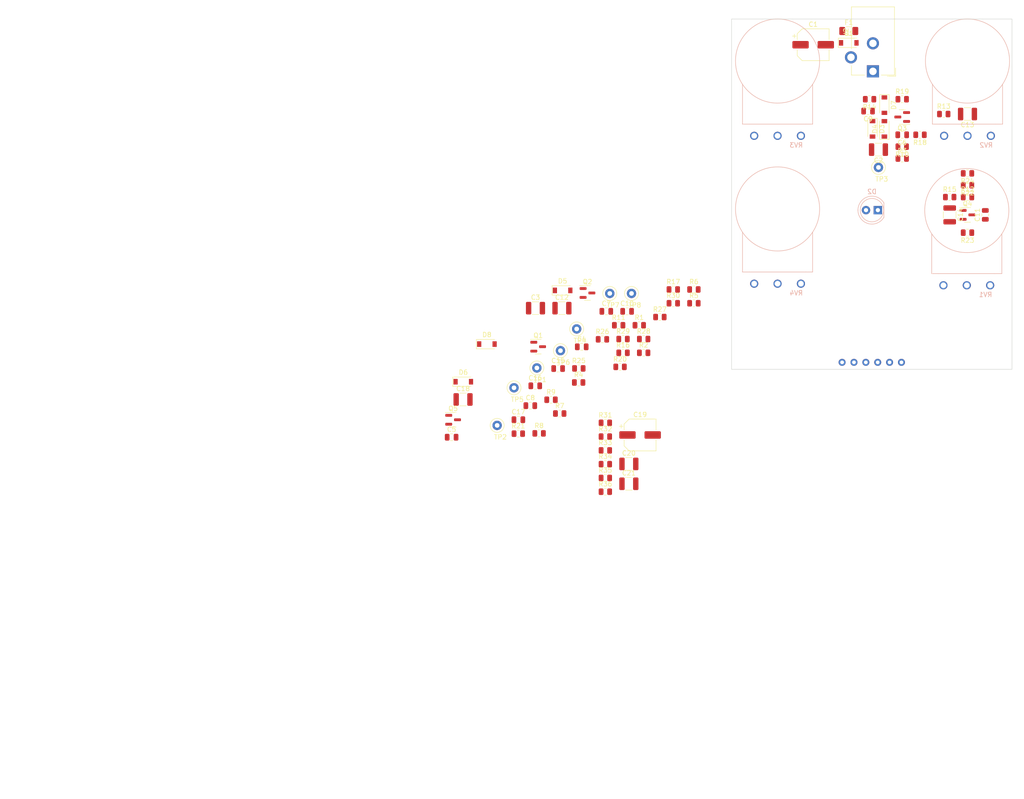
<source format=kicad_pcb>
(kicad_pcb (version 20241229) (generator "pcbnew") (generator_version "9.0")
  (layers (0 "F.Cu" signal) (2 "B.Cu" signal) (13 "F.Paste" user) (15 "B.Paste" user) (5 "F.SilkS" user "F.Silkscreen") (7 "B.SilkS" user "B.Silkscreen") (1 "F.Mask" user) (3 "B.Mask" user) (25 "Edge.Cuts" user))
  (net 0 "")
  (net 1 "+9V")
  (net 2 "GND")
  (net 3 "Net-(Q3-B)")
  (net 4 "Net-(D3-K)")
  (net 5 "Net-(D5-K)")
  (net 6 "Net-(Q2-B)")
  (net 7 "Net-(SW1A-A)")
  (net 8 "Net-(D6-A)")
  (net 9 "Net-(SW1A-C)")
  (net 10 "Net-(D4-A)")
  (net 11 "Net-(Q4-B)")
  (net 12 "Net-(Q4-C)")
  (net 13 "Net-(C9-Pad2)")
  (net 14 "Net-(C10-Pad1)")
  (net 15 "Net-(Q1-B)")
  (net 16 "Net-(C11-Pad2)")
  (net 17 "Net-(Q1-C)")
  (net 18 "Net-(C12-Pad2)")
  (net 19 "Net-(C13-Pad1)")
  (net 20 "Net-(C13-Pad2)")
  (net 21 "Net-(C14-Pad1)")
  (net 22 "Net-(SW1B-A)")
  (net 23 "Net-(SW1B-C)")
  (net 24 "Net-(C17-Pad1)")
  (net 25 "Net-(Q5-B)")
  (net 26 "vref")
  (net 28 "Net-(C20-Pad2)")
  (net 29 "Net-(F1-Pad1)")
  (net 31 "J-IN")
  (net 32 "FX-IN")
  (net 33 "Net-(C21-Pad1)")
  (net 34 "FX-OUT")
  (net 35 "J-OUT")
  (net 37 "Net-(D2-K)")
  (net 38 "Net-(D3-A)")
  (net 39 "Net-(D5-A)")
  (net 40 "Net-(J4-Pin_4)")
  (net 41 "Net-(Q1-E)")
  (net 42 "Net-(R24-Pad2)")
  (net 43 "Net-(Q2-E)")
  (net 44 "Net-(Q3-E)")
  (net 45 "Net-(Q4-E)")
  (net 46 "Net-(Q5-C)")
  (net 47 "Net-(Q5-E)")
  (net 48 "Net-(U1A-+)")
  (net 49 "Net-(U1A--)")
  (net 50 "Net-(SW1A-B)")
  (net 51 "Net-(SW1B-B)")
  (footprint "Connector_BarrelJack:BarrelJack_CUI_PJ-102AH_Horizontal" (layer "F.Cu") (at 200.75 44.2 180)
    (property "Reference" "J2" (at 5.75 8.45 90) (layer "F.SilkS"))
    (property "Value" "Barrel_Jack_Switch")
    (pad "1" thru_hole rect (at 0 0 180) (size 2.6 2.6) (drill 1.6) (layers "*.Cu" "*.Mask") (net 2 "GND"))
    (pad "2" thru_hole circle (at 0 6 180) (size 2.6 2.6) (drill 1.6) (layers "*.Cu" "*.Mask") (net 29 "Net-(F1-Pad1)"))
    (pad "3" thru_hole circle (at 4.7 3 180) (size 2.6 2.6) (drill 1.6) (layers "*.Cu" "*.Mask"))
  )
  (footprint "Resistor_SMD:R_0805_2012Metric" (layer "F.Cu") (at 137.82 107.8)
    (property "Reference" "R25" (at 0 -1.65 0) (layer "F.SilkS"))
    (property "Value" "100K")
    (pad "1" smd roundrect (at -0.9125 0) (size 1.025 1.4) (layers "F.Cu" "F.Mask" "F.Paste") (roundrect_rratio 0.243902) (net 15 "Net-(Q1-B)"))
    (pad "2" smd roundrect (at 0.9125 0) (size 1.025 1.4) (layers "F.Cu" "F.Mask" "F.Paste") (roundrect_rratio 0.243902) (net 2 "GND"))
  )
  (footprint "Resistor_SMD:R_0805_2012Metric" (layer "F.Cu") (at 143.495 134.2)
    (property "Reference" "R36" (at 0 -1.65 0) (layer "F.SilkS"))
    (property "Value" "100K")
    (pad "1" smd roundrect (at -0.9125 0) (size 1.025 1.4) (layers "F.Cu" "F.Mask" "F.Paste") (roundrect_rratio 0.243902) (net 49 "Net-(U1A--)"))
    (pad "2" smd roundrect (at 0.9125 0) (size 1.025 1.4) (layers "F.Cu" "F.Mask" "F.Paste") (roundrect_rratio 0.243902) (net 33 "Net-(C21-Pad1)"))
  )
  (footprint "Capacitor_SMD:C_0805_2012Metric" (layer "F.Cu") (at 138.44 103.18)
    (property "Reference" "C4" (at 0 -1.68 0) (layer "F.SilkS"))
    (property "Value" "0.004uF")
    (pad "1" smd roundrect (at -0.95 0) (size 1 1.45) (layers "F.Cu" "F.Mask" "F.Paste") (net 8 "Net-(D6-A)"))
    (pad "2" smd roundrect (at 0.95 0) (size 1 1.45) (layers "F.Cu" "F.Mask" "F.Paste") (net 7 "Net-(SW1A-A)"))
  )
  (footprint "Resistor_SMD:R_0805_2012Metric" (layer "F.Cu") (at 220.98 71.12)
    (property "Reference" "R12" (at 0 -1.65 0) (layer "F.SilkS"))
    (property "Value" "470K")
    (pad "1" smd roundrect (at -0.9125 0) (size 1.025 1.4) (layers "F.Cu" "F.Mask" "F.Paste") (roundrect_rratio 0.243902) (net 11 "Net-(Q4-B)"))
    (pad "2" smd roundrect (at 0.9125 0) (size 1.025 1.4) (layers "F.Cu" "F.Mask" "F.Paste") (roundrect_rratio 0.243902) (net 12 "Net-(Q4-C)"))
  )
  (footprint "Resistor_SMD:R_0805_2012Metric" (layer "F.Cu") (at 220.98 66.04 180)
    (property "Reference" "R24" (at 0 -1.65 0) (layer "F.SilkS"))
    (property "Value" "1K")
    (pad "1" smd roundrect (at -0.9125 0 180) (size 1.025 1.4) (layers "F.Cu" "F.Mask" "F.Paste") (roundrect_rratio 0.243902) (net 2 "GND"))
    (pad "2" smd roundrect (at 0.9125 0 180) (size 1.025 1.4) (layers "F.Cu" "F.Mask" "F.Paste") (roundrect_rratio 0.243902) (net 42 "Net-(R24-Pad2)"))
  )
  (footprint "Resistor_SMD:R_0805_2012Metric" (layer "F.Cu") (at 137.78 110.81)
    (property "Reference" "R4" (at 0 -1.65 0) (layer "F.SilkS"))
    (property "Value" "15K")
    (pad "1" smd roundrect (at -0.9125 0) (size 1.025 1.4) (layers "F.Cu" "F.Mask" "F.Paste") (roundrect_rratio 0.243902) (net 8 "Net-(D6-A)"))
    (pad "2" smd roundrect (at 0.9125 0) (size 1.025 1.4) (layers "F.Cu" "F.Mask" "F.Paste") (roundrect_rratio 0.243902) (net 1 "+9V"))
  )
  (footprint "Package_TO_SOT_SMD:SOT-23" (layer "F.Cu") (at 139.67 91.65)
    (property "Reference" "Q2" (at 0 -2.4 0) (layer "F.SilkS"))
    (property "Value" "BCX70K (BC239 OR EQ.)")
    (pad "1" smd roundrect (at -0.9375 -0.95) (size 1.475 0.6) (layers "F.Cu" "F.Mask" "F.Paste") (net 6 "Net-(Q2-B)"))
    (pad "2" smd roundrect (at -0.9375 0.95) (size 1.475 0.6) (layers "F.Cu" "F.Mask" "F.Paste") (net 43 "Net-(Q2-E)"))
    (pad "3" smd roundrect (at 0.9375 0) (size 1.475 0.6) (layers "F.Cu" "F.Mask" "F.Paste") (net 8 "Net-(D6-A)"))
  )
  (footprint "Resistor_SMD:R_0805_2012Metric" (layer "F.Cu") (at 150.75 98.56)
    (property "Reference" "R1" (at 0 -1.65 0) (layer "F.SilkS"))
    (property "Value" "1M")
    (pad "1" smd roundrect (at -0.9125 0) (size 1.025 1.4) (layers "F.Cu" "F.Mask" "F.Paste") (roundrect_rratio 0.243902) (net 2 "GND"))
    (pad "2" smd roundrect (at 0.9125 0) (size 1.025 1.4) (layers "F.Cu" "F.Mask" "F.Paste") (roundrect_rratio 0.243902) (net 31 "J-IN"))
  )
  (footprint "Capacitor_SMD:C_1210_3225Metric" (layer "F.Cu") (at 134.2 94.9)
    (property "Reference" "C12" (at 0 -2.3 0) (layer "F.SilkS"))
    (property "Value" "1uF")
    (pad "1" smd roundrect (at -1.475 0) (size 1.15 2.7) (layers "F.Cu" "F.Mask" "F.Paste") (roundrect_rratio 0.217391) (net 17 "Net-(Q1-C)"))
    (pad "2" smd roundrect (at 1.475 0) (size 1.15 2.7) (layers "F.Cu" "F.Mask" "F.Paste") (roundrect_rratio 0.217391) (net 18 "Net-(C12-Pad2)"))
  )
  (footprint "Capacitor_SMD:C_1210_3225Metric" (layer "F.Cu") (at 220.98 53.34 180)
    (property "Reference" "C13" (at 0 -2.3 0) (layer "F.SilkS"))
    (property "Value" "470nF")
    (pad "1" smd roundrect (at -1.475 0 180) (size 1.15 2.7) (layers "F.Cu" "F.Mask" "F.Paste") (roundrect_rratio 0.217391) (net 19 "Net-(C13-Pad1)"))
    (pad "2" smd roundrect (at 1.475 0 180) (size 1.15 2.7) (layers "F.Cu" "F.Mask" "F.Paste") (roundrect_rratio 0.217391) (net 20 "Net-(C13-Pad2)"))
  )
  (footprint "Resistor_SMD:R_0805_2012Metric" (layer "F.Cu") (at 143.495 131.25)
    (property "Reference" "R35" (at 0 -1.65 0) (layer "F.SilkS"))
    (property "Value" "100K")
    (pad "1" smd roundrect (at -0.9125 0) (size 1.025 1.4) (layers "F.Cu" "F.Mask" "F.Paste") (roundrect_rratio 0.243902) (net 2 "GND"))
    (pad "2" smd roundrect (at 0.9125 0) (size 1.025 1.4) (layers "F.Cu" "F.Mask" "F.Paste") (roundrect_rratio 0.243902) (net 49 "Net-(U1A--)"))
  )
  (footprint "Resistor_SMD:R_0805_2012Metric" (layer "F.Cu") (at 207.01 50.165)
    (property "Reference" "R19" (at 0 -1.65 0) (layer "F.SilkS"))
    (property "Value" "150R")
    (pad "1" smd roundrect (at -0.9125 0) (size 1.025 1.4) (layers "F.Cu" "F.Mask" "F.Paste") (roundrect_rratio 0.243902) (net 2 "GND"))
    (pad "2" smd roundrect (at 0.9125 0) (size 1.025 1.4) (layers "F.Cu" "F.Mask" "F.Paste") (roundrect_rratio 0.243902) (net 44 "Net-(Q3-E)"))
  )
  (footprint "Capacitor_SMD:C_0805_2012Metric" (layer "F.Cu") (at 127.44 115.78)
    (property "Reference" "C8" (at 0 -1.68 0) (layer "F.SilkS"))
    (property "Value" "470pF")
    (pad "1" smd roundrect (at -0.95 0) (size 1 1.45) (layers "F.Cu" "F.Mask" "F.Paste") (net 11 "Net-(Q4-B)"))
    (pad "2" smd roundrect (at 0.95 0) (size 1 1.45) (layers "F.Cu" "F.Mask" "F.Paste") (net 12 "Net-(Q4-C)"))
  )
  (footprint "Capacitor_SMD:C_1210_3225Metric" (layer "F.Cu") (at 128.55 94.9)
    (property "Reference" "C3" (at 0 -2.3 0) (layer "F.SilkS"))
    (property "Value" "1uF")
    (pad "1" smd roundrect (at -1.475 0) (size 1.15 2.7) (layers "F.Cu" "F.Mask" "F.Paste") (roundrect_rratio 0.217391) (net 6 "Net-(Q2-B)"))
    (pad "2" smd roundrect (at 1.475 0) (size 1.15 2.7) (layers "F.Cu" "F.Mask" "F.Paste") (roundrect_rratio 0.217391) (net 5 "Net-(D5-K)"))
  )
  (footprint "Resistor_SMD:R_0805_2012Metric" (layer "F.Cu") (at 147.28 104.46)
    (property "Reference" "R16" (at 0 -1.65 0) (layer "F.SilkS"))
    (property "Value" "39K")
    (pad "1" smd roundrect (at -0.9125 0) (size 1.025 1.4) (layers "F.Cu" "F.Mask" "F.Paste") (roundrect_rratio 0.243902) (net 22 "Net-(SW1B-A)"))
    (pad "2" smd roundrect (at 0.9125 0) (size 1.025 1.4) (layers "F.Cu" "F.Mask" "F.Paste") (roundrect_rratio 0.243902) (net 8 "Net-(D6-A)"))
  )
  (footprint "TestPoint:TestPoint_Loop_D1.80mm_Drill1.0mm_Beaded" (layer "F.Cu") (at 149.09 91.75)
    (property "Reference" "TP8" (at 0.7 2.5 0) (layer "F.SilkS"))
    (property "Value" "CLEAN OUT")
    (pad "1" thru_hole circle (at 0 0) (size 2 2) (drill 1) (layers "*.Cu" "*.Mask") (net 47 "Net-(Q5-E)"))
  )
  (footprint "Diode_SMD:D_SOD-123" (layer "F.Cu") (at 118.15 102.6)
    (property "Reference" "D8" (at 0 -2 0) (layer "F.SilkS"))
    (property "Value" "D")
    (pad "1" smd rect (at -1.65 0) (size 0.9 1.2) (layers "F.Cu" "F.Mask" "F.Paste") (net 8 "Net-(D6-A)"))
    (pad "2" smd rect (at 1.65 0) (size 0.9 1.2) (layers "F.Cu" "F.Mask" "F.Paste") (net 5 "Net-(D5-K)"))
  )
  (footprint "Resistor_SMD:R_0805_2012Metric" (layer "F.Cu") (at 129.32 121.71)
    (property "Reference" "R8" (at 0 -1.65 0) (layer "F.SilkS"))
    (property "Value" "470K")
    (pad "1" smd roundrect (at -0.9125 0) (size 1.025 1.4) (layers "F.Cu" "F.Mask" "F.Paste") (roundrect_rratio 0.243902) (net 1 "+9V"))
    (pad "2" smd roundrect (at 0.9125 0) (size 1.025 1.4) (layers "F.Cu" "F.Mask" "F.Paste") (roundrect_rratio 0.243902) (net 15 "Net-(Q1-B)"))
  )
  (footprint "Resistor_SMD:R_0805_2012Metric" (layer "F.Cu") (at 155.16 96.8)
    (property "Reference" "R27" (at 0 -1.65 0) (layer "F.SilkS"))
    (property "Value" "470K")
    (pad "1" smd roundrect (at -0.9125 0) (size 1.025 1.4) (layers "F.Cu" "F.Mask" "F.Paste") (roundrect_rratio 0.243902) (net 1 "+9V"))
    (pad "2" smd roundrect (at 0.9125 0) (size 1.025 1.4) (layers "F.Cu" "F.Mask" "F.Paste") (roundrect_rratio 0.243902) (net 25 "Net-(Q5-B)"))
  )
  (footprint "Resistor_SMD:R_0805_2012Metric" (layer "F.Cu") (at 200.025 50.165 180)
    (property "Reference" "R14" (at 0 -1.65 0) (layer "F.SilkS"))
    (property "Value" "10K")
    (pad "1" smd roundrect (at -0.9125 0 180) (size 1.025 1.4) (layers "F.Cu" "F.Mask" "F.Paste") (roundrect_rratio 0.243902) (net 6 "Net-(Q2-B)"))
    (pad "2" smd roundrect (at 0.9125 0 180) (size 1.025 1.4) (layers "F.Cu" "F.Mask" "F.Paste") (roundrect_rratio 0.243902) (net 13 "Net-(C9-Pad2)"))
  )
  (footprint "TestPoint:TestPoint_Loop_D1.80mm_Drill1.0mm_Beaded" (layer "F.Cu") (at 144.44 91.75)
    (property "Reference" "TP7" (at 0.7 2.5 0) (layer "F.SilkS"))
    (property "Value" "OUT")
    (pad "1" thru_hole circle (at 0 0) (size 2 2) (drill 1) (layers "*.Cu" "*.Mask") (net 34 "FX-OUT"))
  )
  (footprint "Capacitor_SMD:C_0805_2012Metric" (layer "F.Cu") (at 124.89 118.79)
    (property "Reference" "C17" (at 0 -1.68 0) (layer "F.SilkS"))
    (property "Value" "0.1uF")
    (pad "1" smd roundrect (at -0.95 0) (size 1 1.45) (layers "F.Cu" "F.Mask" "F.Paste") (net 24 "Net-(C17-Pad1)"))
    (pad "2" smd roundrect (at 0.95 0) (size 1 1.45) (layers "F.Cu" "F.Mask" "F.Paste") (net 15 "Net-(Q1-B)"))
  )
  (footprint "Resistor_SMD:R_0805_2012Metric" (layer "F.Cu") (at 158.03 93.85)
    (property "Reference" "R30" (at 0 -1.65 0) (layer "F.SilkS"))
    (property "Value" "3.3K")
    (pad "1" smd roundrect (at -0.9125 0) (size 1.025 1.4) (layers "F.Cu" "F.Mask" "F.Paste") (roundrect_rratio 0.243902) (net 47 "Net-(Q5-E)"))
    (pad "2" smd roundrect (at 0.9125 0) (size 1.025 1.4) (layers "F.Cu" "F.Mask" "F.Paste") (roundrect_rratio 0.243902) (net 2 "GND"))
  )
  (footprint "Package_TO_SOT_SMD:SOT-23" (layer "F.Cu") (at 207.01 53.975 180)
    (property "Reference" "Q3" (at 0 -2.4 0) (layer "F.SilkS"))
    (property "Value" "BCX70K (BC239 OR EQ.)")
    (pad "1" smd roundrect (at -0.9375 -0.95 180) (size 1.475 0.6) (layers "F.Cu" "F.Mask" "F.Paste") (net 3 "Net-(Q3-B)"))
    (pad "2" smd roundrect (at -0.9375 0.95 180) (size 1.475 0.6) (layers "F.Cu" "F.Mask" "F.Paste") (net 44 "Net-(Q3-E)"))
    (pad "3" smd roundrect (at 0.9375 0 180) (size 1.475 0.6) (layers "F.Cu" "F.Mask" "F.Paste") (net 10 "Net-(D4-A)"))
  )
  (footprint "Capacitor_SMD:C_0805_2012Metric" (layer "F.Cu") (at 199.705 52.705 180)
    (property "Reference" "C9" (at 0 -1.68 0) (layer "F.SilkS"))
    (property "Value" "0.1uF")
    (pad "1" smd roundrect (at -0.95 0 180) (size 1 1.45) (layers "F.Cu" "F.Mask" "F.Paste") (net 10 "Net-(D4-A)"))
    (pad "2" smd roundrect (at 0.95 0 180) (size 1 1.45) (layers "F.Cu" "F.Mask" "F.Paste") (net 13 "Net-(C9-Pad2)"))
  )
  (footprint "Diode_SMD:D_SOD-123" (layer "F.Cu") (at 200.66 56.515 -90)
    (property "Reference" "D3" (at 0 -2 90) (layer "F.SilkS"))
    (property "Value" "D")
    (pad "1" smd rect (at -1.65 0 270) (size 0.9 1.2) (layers "F.Cu" "F.Mask" "F.Paste") (net 4 "Net-(D3-K)"))
    (pad "2" smd rect (at 1.65 0 270) (size 0.9 1.2) (layers "F.Cu" "F.Mask" "F.Paste") (net 38 "Net-(D3-A)"))
  )
  (footprint "1_tone-daddy:1x06" (layer "F.Cu") (at 200.5 106.5)
    (property "Reference" "J4" (hide yes))
    (property "Value" "Conn_01x06_Male")
    (pad "1" thru_hole circle (at -6.35 0) (size 1.5 1.5) (drill 0.8) (layers "*.Cu" "*.Mask") (net 31 "J-IN"))
    (pad "2" thru_hole circle (at -3.81 0) (size 1.5 1.5) (drill 0.8) (layers "*.Cu" "*.Mask") (net 32 "FX-IN"))
    (pad "3" thru_hole circle (at -1.27 0) (size 1.5 1.5) (drill 0.8) (layers "*.Cu" "*.Mask") (net 2 "GND"))
    (pad "4" thru_hole circle (at 1.27 0) (size 1.5 1.5) (drill 0.8) (layers "*.Cu" "*.Mask") (net 40 "Net-(J4-Pin_4)"))
    (pad "5" thru_hole circle (at 3.81 0) (size 1.5 1.5) (drill 0.8) (layers "*.Cu" "*.Mask") (net 34 "FX-OUT"))
    (pad "6" thru_hole circle (at 6.35 0) (size 1.5 1.5) (drill 0.8) (layers "*.Cu" "*.Mask") (net 35 "J-OUT"))
  )
  (footprint "Capacitor_SMD:C_0805_2012Metric" (layer "F.Cu") (at 128.5 111.53)
    (property "Reference" "C16" (at 0 -1.68 0) (layer "F.SilkS"))
    (property "Value" "0.004uF")
    (pad "1" smd roundrect (at -0.95 0) (size 1 1.45) (layers "F.Cu" "F.Mask" "F.Paste") (net 2 "GND"))
    (pad "2" smd roundrect (at 0.95 0) (size 1 1.45) (layers "F.Cu" "F.Mask" "F.Paste") (net 23 "Net-(SW1B-C)"))
  )
  (footprint "Capacitor_SMD:C_0805_2012Metric" (layer "F.Cu") (at 133.39 107.83)
    (property "Reference" "C15" (at 0 -1.68 0) (layer "F.SilkS"))
    (property "Value" "0.01uF")
    (pad "1" smd roundrect (at -0.95 0) (size 1 1.45) (layers "F.Cu" "F.Mask" "F.Paste") (net 2 "GND"))
    (pad "2" smd roundrect (at 0.95 0) (size 1 1.45) (layers "F.Cu" "F.Mask" "F.Paste") (net 22 "Net-(SW1B-A)"))
  )
  (footprint "Resistor_SMD:R_0805_2012Metric" (layer "F.Cu") (at 210.82 57.785 180)
    (property "Reference" "R18" (at 0 -1.65 0) (layer "F.SilkS"))
    (property "Value" "100K")
    (pad "1" smd roundrect (at -0.9125 0 180) (size 1.025 1.4) (layers "F.Cu" "F.Mask" "F.Paste") (roundrect_rratio 0.243902) (net 2 "GND"))
    (pad "2" smd roundrect (at 0.9125 0 180) (size 1.025 1.4) (layers "F.Cu" "F.Mask" "F.Paste") (roundrect_rratio 0.243902) (net 3 "Net-(Q3-B)"))
  )
  (footprint "Capacitor_SMD:C_1210_3225Metric" (layer "F.Cu") (at 148.525 128.25)
    (property "Reference" "C20" (at 0 -2.3 0) (layer "F.SilkS"))
    (property "Value" "1uF")
    (pad "1" smd roundrect (at -1.475 0) (size 1.15 2.7) (layers "F.Cu" "F.Mask" "F.Paste") (roundrect_rratio 0.217391))
    (pad "2" smd roundrect (at 1.475 0) (size 1.15 2.7) (layers "F.Cu" "F.Mask" "F.Paste") (roundrect_rratio 0.217391) (net 28 "Net-(C20-Pad2)"))
  )
  (footprint "Resistor_SMD:R_0805_2012Metric" (layer "F.Cu") (at 131.87 114.51)
    (property "Reference" "R9" (at 0 -1.65 0) (layer "F.SilkS"))
    (property "Value" "15K")
    (pad "1" smd roundrect (at -0.9125 0) (size 1.025 1.4) (layers "F.Cu" "F.Mask" "F.Paste") (roundrect_rratio 0.243902) (net 1 "+9V"))
    (pad "2" smd roundrect (at 0.9125 0) (size 1.025 1.4) (layers "F.Cu" "F.Mask" "F.Paste") (roundrect_rratio 0.243902) (net 17 "Net-(Q1-C)"))
  )
  (footprint "Resistor_SMD:R_0805_2012Metric" (layer "F.Cu") (at 151.69 104.46)
    (property "Reference" "R2" (at 0 -1.65 0) (layer "F.SilkS"))
    (property "Value" "470")
    (pad "1" smd roundrect (at -0.9125 0) (size 1.025 1.4) (layers "F.Cu" "F.Mask" "F.Paste") (roundrect_rratio 0.243902) (net 40 "Net-(J4-Pin_4)"))
    (pad "2" smd roundrect (at 0.9125 0) (size 1.025 1.4) (layers "F.Cu" "F.Mask" "F.Paste") (roundrect_rratio 0.243902) (net 37 "Net-(D2-K)"))
  )
  (footprint "Resistor_SMD:R_0805_2012Metric" (layer "F.Cu") (at 147.28 101.51)
    (property "Reference" "R29" (at 0 -1.65 0) (layer "F.SilkS"))
    (property "Value" "100K")
    (pad "1" smd roundrect (at -0.9125 0) (size 1.025 1.4) (layers "F.Cu" "F.Mask" "F.Paste") (roundrect_rratio 0.243902) (net 25 "Net-(Q5-B)"))
    (pad "2" smd roundrect (at 0.9125 0) (size 1.025 1.4) (layers "F.Cu" "F.Mask" "F.Paste") (roundrect_rratio 0.243902) (net 2 "GND"))
  )
  (footprint "TestPoint:TestPoint_Loop_D1.80mm_Drill1.0mm_Beaded" (layer "F.Cu") (at 137.36 99.35)
    (property "Reference" "TP4" (at 0.7 2.5 0) (layer "F.SilkS"))
    (property "Value" "STAGE 2 OUT")
    (pad "1" thru_hole circle (at 0 0) (size 2 2) (drill 1) (layers "*.Cu" "*.Mask") (net 8 "Net-(D6-A)"))
  )
  (footprint "Package_TO_SOT_SMD:SOT-23" (layer "F.Cu") (at 220.98 74.93)
    (property "Reference" "Q4" (at 0 -2.4 0) (layer "F.SilkS"))
    (property "Value" "BCX70K (BC239 OR EQ.)")
    (pad "1" smd roundrect (at -0.9375 -0.95) (size 1.475 0.6) (layers "F.Cu" "F.Mask" "F.Paste") (net 11 "Net-(Q4-B)"))
    (pad "2" smd roundrect (at -0.9375 0.95) (size 1.475 0.6) (layers "F.Cu" "F.Mask" "F.Paste") (net 45 "Net-(Q4-E)"))
    (pad "3" smd roundrect (at 0.9375 0) (size 1.475 0.6) (layers "F.Cu" "F.Mask" "F.Paste") (net 12 "Net-(Q4-C)"))
  )
  (footprint "Fuse:Fuse_1206_3216Metric" (layer "F.Cu") (at 195.58 35.56)
    (property "Reference" "F1" (at 0 -1.82 0) (layer "F.SilkS"))
    (property "Value" "Polyfuse")
    (pad "1" smd roundrect (at -1.4 0) (size 1.25 1.75) (layers "F.Cu" "F.Mask" "F.Paste") (roundrect_rratio 0.2) (net 29 "Net-(F1-Pad1)"))
    (pad "2" smd roundrect (at 1.4 0) (size 1.25 1.75) (layers "F.Cu" "F.Mask" "F.Paste") (roundrect_rratio 0.2) (net 1 "+9V"))
  )
  (footprint "Capacitor_SMD:CP_Elec_6.3x5.7" (layer "F.Cu") (at 187.96 38.5)
    (property "Reference" "C1" (at 0 -4.35 0) (layer "F.SilkS"))
    (property "Value" "470uF")
    (pad "1" smd roundrect (at -2.7 0) (size 3.5 1.6) (layers "F.Cu" "F.Mask" "F.Paste") (roundrect_rratio 0.15625) (net 1 "+9V"))
    (pad "2" smd roundrect (at 2.7 0) (size 3.5 1.6) (layers "F.Cu" "F.Mask" "F.Paste") (roundrect_rratio 0.15625) (net 2 "GND"))
  )
  (footprint "Capacitor_SMD:CP_Elec_6.3x5.7" (layer "F.Cu") (at 150.925 122.05)
    (property "Reference" "C19" (at 0 -4.35 0) (layer "F.SilkS"))
    (property "Value" "470uF")
    (pad "1" smd roundrect (at -2.7 0) (size 3.5 1.6) (layers "F.Cu" "F.Mask" "F.Paste") (roundrect_rratio 0.15625) (net 26 "vref"))
    (pad "2" smd roundrect (at 2.7 0) (size 3.5 1.6) (layers "F.Cu" "F.Mask" "F.Paste") (roundrect_rratio 0.15625) (net 2 "GND"))
  )
  (footprint "Diode_SMD:D_SOD-123" (layer "F.Cu") (at 113.1 110.65)
    (property "Reference" "D6" (at 0 -2 0) (layer "F.SilkS"))
    (property "Value" "D")
    (pad "1" smd rect (at -1.65 0) (size 0.9 1.2) (layers "F.Cu" "F.Mask" "F.Paste") (net 39 "Net-(D5-A)"))
    (pad "2" smd rect (at 1.65 0) (size 0.9 1.2) (layers "F.Cu" "F.Mask" "F.Paste") (net 8 "Net-(D6-A)"))
  )
  (footprint "Resistor_SMD:R_0805_2012Metric" (layer "F.Cu") (at 207.01 60.325 180)
    (property "Reference" "R10" (at 0 -1.65 0) (layer "F.SilkS"))
    (property "Value" "470K")
    (pad "1" smd roundrect (at -0.9125 0 180) (size 1.025 1.4) (layers "F.Cu" "F.Mask" "F.Paste") (roundrect_rratio 0.243902) (net 3 "Net-(Q3-B)"))
    (pad "2" smd roundrect (at 0.9125 0 180) (size 1.025 1.4) (layers "F.Cu" "F.Mask" "F.Paste") (roundrect_rratio 0.243902) (net 10 "Net-(D4-A)"))
  )
  (footprint "Resistor_SMD:R_0805_2012Metric" (layer "F.Cu") (at 215.9 53.34)
    (property "Reference" "R13" (at 0 -1.65 0) (layer "F.SilkS"))
    (property "Value" "10K")
    (pad "1" smd roundrect (at -0.9125 0) (size 1.025 1.4) (layers "F.Cu" "F.Mask" "F.Paste") (roundrect_rratio 0.243902) (net 3 "Net-(Q3-B)"))
    (pad "2" smd roundrect (at 0.9125 0) (size 1.025 1.4) (layers "F.Cu" "F.Mask" "F.Paste") (roundrect_rratio 0.243902) (net 20 "Net-(C13-Pad2)"))
  )
  (footprint "Resistor_SMD:R_0805_2012Metric" (layer "F.Cu") (at 220.98 78.74 180)
    (property "Reference" "R23" (at 0 -1.65 0) (layer "F.SilkS"))
    (property "Value" "100R")
    (pad "1" smd roundrect (at -0.9125 0 180) (size 1.025 1.4) (layers "F.Cu" "F.Mask" "F.Paste") (roundrect_rratio 0.243902) (net 2 "GND"))
    (pad "2" smd roundrect (at 0.9125 0 180) (size 1.025 1.4) (layers "F.Cu" "F.Mask" "F.Paste") (roundrect_rratio 0.243902) (net 45 "Net-(Q4-E)"))
  )
  (footprint "TestPoint:TestPoint_Loop_D1.80mm_Drill1.0mm_Beaded" (layer "F.Cu") (at 133.89 104)
    (property "Reference" "TP6" (at 0.7 2.5 0) (layer "F.SilkS"))
    (property "Value" "IN")
    (pad "1" thru_hole circle (at 0 0) (size 2 2) (drill 1) (layers "*.Cu" "*.Mask") (net 32 "FX-IN"))
  )
  (footprint "Diode_SMD:D_SOD-123" (layer "F.Cu") (at 203.2 51.435 -90)
    (property "Reference" "D7" (at 0 -2 90) (layer "F.SilkS"))
    (property "Value" "D")
    (pad "1" smd rect (at -1.65 0 270) (size 0.9 1.2) (layers "F.Cu" "F.Mask" "F.Paste") (net 10 "Net-(D4-A)"))
    (pad "2" smd rect (at 1.65 0 270) (size 0.9 1.2) (layers "F.Cu" "F.Mask" "F.Paste") (net 4 "Net-(D3-K)"))
  )
  (footprint "Resistor_SMD:R_0805_2012Metric" (layer "F.Cu") (at 143.495 125.35)
    (property "Reference" "R33" (at 0 -1.65 0) (layer "F.SilkS"))
    (property "Value" "100K")
    (pad "1" smd roundrect (at -0.9125 0) (size 1.025 1.4) (layers "F.Cu" "F.Mask" "F.Paste") (roundrect_rratio 0.243902) (net 28 "Net-(C20-Pad2)"))
    (pad "2" smd roundrect (at 0.9125 0) (size 1.025 1.4) (layers "F.Cu" "F.Mask" "F.Paste") (roundrect_rratio 0.243902) (net 48 "Net-(U1A-+)"))
  )
  (footprint "Package_TO_SOT_SMD:SOT-23" (layer "F.Cu") (at 110.92 118.8)
    (property "Reference" "Q5" (at 0 -2.4 0) (layer "F.SilkS"))
    (property "Value" "BCX70K (BC239 OR EQ.)")
    (pad "1" smd roundrect (at -0.9375 -0.95) (size 1.475 0.6) (layers "F.Cu" "F.Mask" "F.Paste") (net 25 "Net-(Q5-B)"))
    (pad "2" smd roundrect (at -0.9375 0.95) (size 1.475 0.6) (layers "F.Cu" "F.Mask" "F.Paste") (net 47 "Net-(Q5-E)"))
    (pad "3" smd roundrect (at 0.9375 0) (size 1.475 0.6) (layers "F.Cu" "F.Mask" "F.Paste") (net 46 "Net-(Q5-C)"))
  )
  (footprint "Diode_SMD:D_SOD-123" (layer "F.Cu") (at 203.2 56.515 90)
    (property "Reference" "D4" (at 0 -2 90) (layer "F.SilkS"))
    (property "Value" "D")
    (pad "1" smd rect (at -1.65 0 90) (size 0.9 1.2) (layers "F.Cu" "F.Mask" "F.Paste") (net 38 "Net-(D3-A)"))
    (pad "2" smd rect (at 1.65 0 90) (size 0.9 1.2) (layers "F.Cu" "F.Mask" "F.Paste") (net 10 "Net-(D4-A)"))
  )
  (footprint "TestPoint:TestPoint_Loop_D1.80mm_Drill1.0mm_Beaded" (layer "F.Cu") (at 128.84 107.7)
    (property "Reference" "TP1" (at 0.7 2.5 0) (layer "F.SilkS"))
    (property "Value" "TestPoint")
    (pad "1" thru_hole circle (at 0 0) (size 2 2) (drill 1) (layers "*.Cu" "*.Mask") (net 2 "GND"))
  )
  (footprint "Package_TO_SOT_SMD:SOT-23" (layer "F.Cu") (at 129.12 103.15)
    (property "Reference" "Q1" (at 0 -2.4 0) (layer "F.SilkS"))
    (property "Value" "BCX70K (BC239 OR EQ.)")
    (pad "1" smd roundrect (at -0.9375 -0.95) (size 1.475 0.6) (layers "F.Cu" "F.Mask" "F.Paste") (net 15 "Net-(Q1-B)"))
    (pad "2" smd roundrect (at -0.9375 0.95) (size 1.475 0.6) (layers "F.Cu" "F.Mask" "F.Paste") (net 41 "Net-(Q1-E)"))
    (pad "3" smd roundrect (at 0.9375 0) (size 1.475 0.6) (layers "F.Cu" "F.Mask" "F.Paste") (net 17 "Net-(Q1-C)"))
  )
  (footprint "Capacitor_SMD:C_0805_2012Metric" (layer "F.Cu") (at 224.79 74.93 90)
    (property "Reference" "C11" (at 0 -1.68 90) (layer "F.SilkS"))
    (property "Value" "0.1uF")
    (pad "1" smd roundrect (at -0.95 0 90) (size 1 1.45) (layers "F.Cu" "F.Mask" "F.Paste") (net 12 "Net-(Q4-C)"))
    (pad "2" smd roundrect (at 0.95 0 90) (size 1 1.45) (layers "F.Cu" "F.Mask" "F.Paste") (net 16 "Net-(C11-Pad2)"))
  )
  (footprint "Capacitor_SMD:C_1210_3225Metric" (layer "F.Cu") (at 217.17 74.93 -90)
    (property "Reference" "C14" (at 0 -2.3 90) (layer "F.SilkS"))
    (property "Value" "1uF")
    (pad "1" smd roundrect (at -1.475 0 270) (size 1.15 2.7) (layers "F.Cu" "F.Mask" "F.Paste") (roundrect_rratio 0.217391) (net 21 "Net-(C14-Pad1)"))
    (pad "2" smd roundrect (at 1.475 0 270) (size 1.15 2.7) (layers "F.Cu" "F.Mask" "F.Paste") (roundrect_rratio 0.217391) (net 11 "Net-(Q4-B)"))
  )
  (footprint "Resistor_SMD:R_0805_2012Metric" (layer "F.Cu") (at 217.17 71.12)
    (property "Reference" "R15" (at 0 -1.65 0) (layer "F.SilkS"))
    (property "Value" "39K")
    (pad "1" smd roundrect (at -0.9125 0) (size 1.025 1.4) (layers "F.Cu" "F.Mask" "F.Paste") (roundrect_rratio 0.243902) (net 32 "FX-IN"))
    (pad "2" smd roundrect (at 0.9125 0) (size 1.025 1.4) (layers "F.Cu" "F.Mask" "F.Paste") (roundrect_rratio 0.243902) (net 21 "Net-(C14-Pad1)"))
  )
  (footprint "Capacitor_SMD:C_0805_2012Metric" (layer "F.Cu") (at 110.6 122.53)
    (property "Reference" "C5" (at 0 -1.68 0) (layer "F.SilkS"))
    (property "Value" "0.01uF")
    (pad "1" smd roundrect (at -0.95 0) (size 1 1.45) (layers "F.Cu" "F.Mask" "F.Paste") (net 8 "Net-(D6-A)"))
    (pad "2" smd roundrect (at 0.95 0) (size 1 1.45) (layers "F.Cu" "F.Mask" "F.Paste") (net 9 "Net-(SW1A-C)"))
  )
  (footprint "Capacitor_SMD:C_0805_2012Metric" (layer "F.Cu") (at 143.7 95.58)
    (property "Reference" "C7" (at 0 -1.68 0) (layer "F.SilkS"))
    (property "Value" "470pF")
    (pad "1" smd roundrect (at -0.95 0) (size 1 1.45) (layers "F.Cu" "F.Mask" "F.Paste") (net 6 "Net-(Q2-B)"))
    (pad "2" smd roundrect (at 0.95 0) (size 1 1.45) (layers "F.Cu" "F.Mask" "F.Paste") (net 8 "Net-(D6-A)"))
  )
  (footprint "Resistor_SMD:R_0805_2012Metric" (layer "F.Cu") (at 162.44 90.9)
    (property "Reference" "R6" (at 0 -1.65 0) (layer "F.SilkS"))
    (property "Value" "22K")
    (pad "1" smd roundrect (at -0.9125 0) (size 1.025 1.4) (layers "F.Cu" "F.Mask" "F.Paste") (roundrect_rratio 0.243902) (net 2 "GND"))
    (pad "2" smd roundrect (at 0.9125 0) (size 1.025 1.4) (layers "F.Cu" "F.Mask" "F.Paste") (roundrect_rratio 0.243902) (net 9 "Net-(SW1A-C)"))
  )
  (footprint "Resistor_SMD:R_0805_2012Metric" (layer "F.Cu") (at 143.495 128.3)
    (property "Reference" "R34" (at 0 -1.65 0) (layer "F.SilkS"))
    (property "Value" "1M")
    (pad "1" smd roundrect (at -0.9125 0) (size 1.025 1.4) (layers "F.Cu" "F.Mask" "F.Paste") (roundrect_rratio 0.243902) (net 26 "vref"))
    (pad "2" smd roundrect (at 0.9125 0) (size 1.025 1.4) (layers "F.Cu" "F.Mask" "F.Paste") (roundrect_rratio 0.243902) (net 48 "Net-(U1A-+)"))
  )
  (footprint "Capacitor_SMD:C_1210_3225Metric" (layer "F.Cu") (at 113.05 114.45)
    (property "Reference" "C18" (at 0 -2.3 0) (layer "F.SilkS"))
    (property "Value" "1uF")
    (pad "1" smd roundrect (at -1.475 0) (size 1.15 2.7) (layers "F.Cu" "F.Mask" "F.Paste") (roundrect_rratio 0.217391) (net 21 "Net-(C14-Pad1)"))
    (pad "2" smd roundrect (at 1.475 0) (size 1.15 2.7) (layers "F.Cu" "F.Mask" "F.Paste") (roundrect_rratio 0.217391) (net 25 "Net-(Q5-B)"))
  )
  (footprint "TestPoint:TestPoint_Loop_D1.80mm_Drill1.0mm_Beaded" (layer "F.Cu") (at 123.95 111.95)
    (property "Reference" "TP5" (at 0.7 2.5 0) (layer "F.SilkS"))
    (property "Value" "FILTER OUT")
    (pad "1" thru_hole circle (at 0 0) (size 2 2) (drill 1) (layers "*.Cu" "*.Mask") (net 14 "Net-(C10-Pad1)"))
  )
  (footprint "Resistor_SMD:R_0805_2012Metric" (layer "F.Cu") (at 220.98 68.58 180)
    (property "Reference" "R22" (at 0 -1.65 0) (layer "F.SilkS"))
    (property "Value" "47K")
    (pad "1" smd roundrect (at -0.9125 0 180) (size 1.025 1.4) (layers "F.Cu" "F.Mask" "F.Paste") (roundrect_rratio 0.243902) (net 2 "GND"))
    (pad "2" smd roundrect (at 0.9125 0 180) (size 1.025 1.4) (layers "F.Cu" "F.Mask" "F.Paste") (roundrect_rratio 0.243902) (net 11 "Net-(Q4-B)"))
  )
  (footprint "Resistor_SMD:R_0805_2012Metric" (layer "F.Cu") (at 158.03 90.9)
    (property "Reference" "R17" (at 0 -1.65 0) (layer "F.SilkS"))
    (property "Value" "39K")
    (pad "1" smd roundrect (at -0.9125 0) (size 1.025 1.4) (layers "F.Cu" "F.Mask" "F.Paste") (roundrect_rratio 0.243902) (net 23 "Net-(SW1B-C)"))
    (pad "2" smd roundrect (at 0.9125 0) (size 1.025 1.4) (layers "F.Cu" "F.Mask" "F.Paste") (roundrect_rratio 0.243902) (net 8 "Net-(D6-A)"))
  )
  (footprint "Resistor_SMD:R_0805_2012Metric" (layer "F.Cu") (at 151.69 101.51)
    (property "Reference" "R28" (at 0 -1.65 0) (layer "F.SilkS"))
    (property "Value" "0R")
    (pad "1" smd roundrect (at -0.9125 0) (size 1.025 1.4) (layers "F.Cu" "F.Mask" "F.Paste") (roundrect_rratio 0.243902) (net 1 "+9V"))
    (pad "2" smd roundrect (at 0.9125 0) (size 1.025 1.4) (layers "F.Cu" "F.Mask" "F.Paste") (roundrect_rratio 0.243902) (net 46 "Net-(Q5-C)"))
  )
  (footprint "TestPoint:TestPoint_Loop_D1.80mm_Drill1.0mm_Beaded" (layer "F.Cu") (at 120.34 120)
    (property "Reference" "TP2" (at 0.7 2.5 0) (layer "F.SilkS"))
    (property "Value" "TestPoint")
    (pad "1" thru_hole circle (at 0 0) (size 2 2) (drill 1) (layers "*.Cu" "*.Mask") (net 1 "+9V"))
  )
  (footprint "Resistor_SMD:R_0805_2012Metric" (layer "F.Cu") (at 146.34 98.56)
    (property "Reference" "R11" (at 0 -1.65 0) (layer "F.SilkS"))
    (property "Value" "470K")
    (pad "1" smd roundrect (at -0.9125 0) (size 1.025 1.4) (layers "F.Cu" "F.Mask" "F.Paste") (roundrect_rratio 0.243902) (net 6 "Net-(Q2-B)"))
    (pad "2" smd roundrect (at 0.9125 0) (size 1.025 1.4) (layers "F.Cu" "F.Mask" "F.Paste") (roundrect_rratio 0.243902) (net 8 "Net-(D6-A)"))
  )
  (footprint "Capacitor_SMD:C_0805_2012Metric" (layer "F.Cu") (at 207.01 57.785 180)
    (property "Reference" "C6" (at 0 -1.68 0) (layer "F.SilkS"))
    (property "Value" "470pF")
    (pad "1" smd roundrect (at -0.95 0 180) (size 1 1.45) (layers "F.Cu" "F.Mask" "F.Paste") (net 3 "Net-(Q3-B)"))
    (pad "2" smd roundrect (at 0.95 0 180) (size 1 1.45) (layers "F.Cu" "F.Mask" "F.Paste") (net 10 "Net-(D4-A)"))
  )
  (footprint "Diode_SMD:D_SOD-123" (layer "F.Cu") (at 134.35 91.1)
    (property "Reference" "D5" (at 0 -2 0) (layer "F.SilkS"))
    (property "Value" "D")
    (pad "1" smd rect (at -1.65 0) (size 0.9 1.2) (layers "F.Cu" "F.Mask" "F.Paste") (net 5 "Net-(D5-K)"))
    (pad "2" smd rect (at 1.65 0) (size 0.9 1.2) (layers "F.Cu" "F.Mask" "F.Paste") (net 39 "Net-(D5-A)"))
  )
  (footprint "Capacitor_SMD:C_1210_3225Metric" (layer "F.Cu") (at 148.525 132.5)
    (property "Reference" "C21" (at 0 -2.3 0) (layer "F.SilkS"))
    (property "Value" "1uF")
    (pad "1" smd roundrect (at -1.475 0) (size 1.15 2.7) (layers "F.Cu" "F.Mask" "F.Paste") (roundrect_rratio 0.217391) (net 33 "Net-(C21-Pad1)"))
    (pad "2" smd roundrect (at 1.475 0) (size 1.15 2.7) (layers "F.Cu" "F.Mask" "F.Paste") (roundrect_rratio 0.217391))
  )
  (footprint "Diode_SMD:D_SOD-123" (layer "F.Cu") (at 195.58 38.1)
    (property "Reference" "D1" (at 0 -2 0) (layer "F.SilkS"))
    (property "Value" "D")
    (pad "1" smd rect (at -1.65 0) (size 0.9 1.2) (layers "F.Cu" "F.Mask" "F.Paste") (net 1 "+9V"))
    (pad "2" smd rect (at 1.65 0) (size 0.9 1.2) (layers "F.Cu" "F.Mask" "F.Paste") (net 2 "GND"))
  )
  (footprint "Resistor_SMD:R_0805_2012Metric" (layer "F.Cu") (at 207.01 62.865)
    (property "Reference" "R3" (at 0 -1.65 0) (layer "F.SilkS"))
    (property "Value" "15K")
    (pad "1" smd roundrect (at -0.9125 0) (size 1.025 1.4) (layers "F.Cu" "F.Mask" "F.Paste") (roundrect_rratio 0.243902) (net 10 "Net-(D4-A)"))
    (pad "2" smd roundrect (at 0.9125 0) (size 1.025 1.4) (layers "F.Cu" "F.Mask" "F.Paste") (roundrect_rratio 0.243902) (net 1 "+9V"))
  )
  (footprint "Capacitor_SMD:C_1210_3225Metric" (layer "F.Cu") (at 201.93 60.96 180)
    (property "Reference" "C2" (at 0 -2.3 0) (layer "F.SilkS"))
    (property "Value" "1uF")
    (pad "1" smd roundrect (at -1.475 0 180) (size 1.15 2.7) (layers "F.Cu" "F.Mask" "F.Paste") (roundrect_rratio 0.217391) (net 3 "Net-(Q3-B)"))
    (pad "2" smd roundrect (at 1.475 0 180) (size 1.15 2.7) (layers "F.Cu" "F.Mask" "F.Paste") (roundrect_rratio 0.217391) (net 4 "Net-(D3-K)"))
  )
  (footprint "Resistor_SMD:R_0805_2012Metric" (layer "F.Cu") (at 124.87 121.77)
    (property "Reference" "R21" (at 0 -1.65 0) (layer "F.SilkS"))
    (property "Value" "150R")
    (pad "1" smd roundrect (at -0.9125 0) (size 1.025 1.4) (layers "F.Cu" "F.Mask" "F.Paste") (roundrect_rratio 0.243902) (net 2 "GND"))
    (pad "2" smd roundrect (at 0.9125 0) (size 1.025 1.4) (layers "F.Cu" "F.Mask" "F.Paste") (roundrect_rratio 0.243902) (net 43 "Net-(Q2-E)"))
  )
  (footprint "Resistor_SMD:R_0805_2012Metric" (layer "F.Cu") (at 143.495 119.45)
    (property "Reference" "R31" (at 0 -1.65 0) (layer "F.SilkS"))
    (property "Value" "100K")
    (pad "1" smd roundrect (at -0.9125 0) (size 1.025 1.4) (layers "F.Cu" "F.Mask" "F.Paste") (roundrect_rratio 0.243902) (net 1 "+9V"))
    (pad "2" smd roundrect (at 0.9125 0) (size 1.025 1.4) (layers "F.Cu" "F.Mask" "F.Paste") (roundrect_rratio 0.243902) (net 26 "vref"))
  )
  (footprint "Resistor_SMD:R_0805_2012Metric" (layer "F.Cu") (at 133.73 117.46)
    (property "Reference" "R7" (at 0 -1.65 0) (layer "F.SilkS"))
    (property "Value" "15K")
    (pad "1" smd roundrect (at -0.9125 0) (size 1.025 1.4) (layers "F.Cu" "F.Mask" "F.Paste") (roundrect_rratio 0.243902) (net 12 "Net-(Q4-C)"))
    (pad "2" smd roundrect (at 0.9125 0) (size 1.025 1.4) (layers "F.Cu" "F.Mask" "F.Paste") (roundrect_rratio 0.243902) (net 1 "+9V"))
  )
  (footprint "Resistor_SMD:R_0805_2012Metric" (layer "F.Cu") (at 142.87 101.57)
    (property "Reference" "R26" (at 0 -1.65 0) (layer "F.SilkS"))
    (property "Value" "3.3K")
    (pad "1" smd roundrect (at -0.9125 0) (size 1.025 1.4) (layers "F.Cu" "F.Mask" "F.Paste") (roundrect_rratio 0.243902) (net 41 "Net-(Q1-E)"))
    (pad "2" smd roundrect (at 0.9125 0) (size 1.025 1.4) (layers "F.Cu" "F.Mask" "F.Paste") (roundrect_rratio 0.243902) (net 2 "GND"))
  )
  (footprint "TestPoint:TestPoint_Loop_D1.80mm_Drill1.0mm_Beaded" (layer "F.Cu") (at 201.93 64.77)
    (property "Reference" "TP3" (at 0.7 2.5 0) (layer "F.SilkS"))
    (property "Value" "STAGE 1 OUT")
    (pad "1" thru_hole circle (at 0 0) (size 2 2) (drill 1) (layers "*.Cu" "*.Mask") (net 10 "Net-(D4-A)"))
  )
  (footprint "Resistor_SMD:R_0805_2012Metric" (layer "F.Cu") (at 162.44 93.85)
    (property "Reference" "R5" (at 0 -1.65 0) (layer "F.SilkS"))
    (property "Value" "22K")
    (pad "1" smd roundrect (at -0.9125 0) (size 1.025 1.4) (layers "F.Cu" "F.Mask" "F.Paste") (roundrect_rratio 0.243902) (net 2 "GND"))
    (pad "2" smd roundrect (at 0.9125 0) (size 1.025 1.4) (layers "F.Cu" "F.Mask" "F.Paste") (roundrect_rratio 0.243902) (net 7 "Net-(SW1A-A)"))
  )
  (footprint "Resistor_SMD:R_0805_2012Metric" (layer "F.Cu") (at 143.495 122.4)
    (property "Reference" "R32" (at 0 -1.65 0) (layer "F.SilkS"))
    (property "Value" "100K")
    (pad "1" smd roundrect (at -0.9125 0) (size 1.025 1.4) (layers "F.Cu" "F.Mask" "F.Paste") (roundrect_rratio 0.243902) (net 26 "vref"))
    (pad "2" smd roundrect (at 0.9125 0) (size 1.025 1.4) (layers "F.Cu" "F.Mask" "F.Paste") (roundrect_rratio 0.243902) (net 2 "GND"))
  )
  (footprint "Capacitor_SMD:C_0805_2012Metric" (layer "F.Cu") (at 148.15 95.58)
    (property "Reference" "C10" (at 0 -1.68 0) (layer "F.SilkS"))
    (property "Value" "0.1uF")
    (pad "1" smd roundrect (at -0.95 0) (size 1 1.45) (layers "F.Cu" "F.Mask" "F.Paste") (net 14 "Net-(C10-Pad1)"))
    (pad "2" smd roundrect (at 0.95 0) (size 1 1.45) (layers "F.Cu" "F.Mask" "F.Paste") (net 15 "Net-(Q1-B)"))
  )
  (footprint "Resistor_SMD:R_0805_2012Metric" (layer "F.Cu") (at 146.64 107.47)
    (property "Reference" "R20" (at 0 -1.65 0) (layer "F.SilkS"))
    (property "Value" "100K")
    (pad "1" smd roundrect (at -0.9125 0) (size 1.025 1.4) (layers "F.Cu" "F.Mask" "F.Paste") (roundrect_rratio 0.243902) (net 2 "GND"))
    (pad "2" smd roundrect (at 0.9125 0) (size 1.025 1.4) (layers "F.Cu" "F.Mask" "F.Paste") (roundrect_rratio 0.243902) (net 6 "Net-(Q2-B)"))
  )
  (footprint "1_tone-daddy:16MM POT STANDARD" (layer "B.Cu") (at 220.83 74.0075 180)
    (property "Reference" "RV1" (at -4 -18 0) (layer "B.SilkS") (effects (justify mirror)))
    (property "Value" "100K")
    (pad "1" thru_hole circle (at -5 -16 180) (size 1.75 1.75) (drill 1.2) (layers "*.Cu" "*.Mask") (net 50 "Net-(SW1A-B)"))
    (pad "2" thru_hole circle (at 0 -16 180) (size 1.75 1.75) (drill 1.2) (layers "*.Cu" "*.Mask") (net 14 "Net-(C10-Pad1)"))
    (pad "3" thru_hole circle (at 5 -16 180) (size 1.75 1.75) (drill 1.2) (layers "*.Cu" "*.Mask") (net 51 "Net-(SW1B-B)"))
  )
  (footprint "1_tone-daddy:16MM POT STANDARD" (layer "B.Cu") (at 220.98 42 180)
    (property "Reference" "RV2" (at -4 -18 0) (layer "B.SilkS") (effects (justify mirror)))
    (property "Value" "100K")
    (pad "1" thru_hole circle (at -5 -16 180) (size 1.75 1.75) (drill 1.2) (layers "*.Cu" "*.Mask") (net 16 "Net-(C11-Pad2)"))
    (pad "2" thru_hole circle (at 0 -16 180) (size 1.75 1.75) (drill 1.2) (layers "*.Cu" "*.Mask") (net 19 "Net-(C13-Pad1)"))
    (pad "3" thru_hole circle (at 5 -16 180) (size 1.75 1.75) (drill 1.2) (layers "*.Cu" "*.Mask") (net 42 "Net-(R24-Pad2)"))
  )
  (footprint "LED_THT:LED_D5.0mm" (layer "B.Cu") (at 201.803 73.914 180)
    (property "Reference" "D2" (at 1.27 3.96 0) (layer "B.SilkS") (effects (justify mirror)))
    (property "Value" "LED")
    (pad "1" thru_hole rect (at 0 0 180) (size 1.8 1.8) (drill 0.9) (layers "*.Cu" "*.Mask") (net 37 "Net-(D2-K)"))
    (pad "2" thru_hole circle (at 2.54 0 180) (size 1.8 1.8) (drill 0.9) (layers "*.Cu" "*.Mask") (net 1 "+9V"))
  )
  (footprint "1_tone-daddy:16MM POT STANDARD" (layer "B.Cu") (at 180.34 73.66 180)
    (property "Reference" "RV4" (at -4 -18 0) (layer "B.SilkS") (effects (justify mirror)))
    (property "Value" "100K")
    (pad "1" thru_hole circle (at -5 -16 180) (size 1.75 1.75) (drill 1.2) (layers "*.Cu" "*.Mask") (net 47 "Net-(Q5-E)"))
    (pad "2" thru_hole circle (at 0 -16 180) (size 1.75 1.75) (drill 1.2) (layers "*.Cu" "*.Mask") (net 24 "Net-(C17-Pad1)"))
    (pad "3" thru_hole circle (at 5 -16 180) (size 1.75 1.75) (drill 1.2) (layers "*.Cu" "*.Mask") (net 2 "GND"))
  )
  (footprint "1_tone-daddy:16MM POT STANDARD" (layer "B.Cu") (at 180.34 42 180)
    (property "Reference" "RV3" (at -4 -18 0) (layer "B.SilkS") (effects (justify mirror)))
    (property "Value" "100K")
    (pad "1" thru_hole circle (at -5 -16 180) (size 1.75 1.75) (drill 1.2) (layers "*.Cu" "*.Mask") (net 18 "Net-(C12-Pad2)"))
    (pad "2" thru_hole circle (at 0 -16 180) (size 1.75 1.75) (drill 1.2) (layers "*.Cu" "*.Mask") (net 34 "FX-OUT"))
    (pad "3" thru_hole circle (at 5 -16 180) (size 1.75 1.75) (drill 1.2) (layers "*.Cu" "*.Mask") (net 2 "GND"))
  )
  (gr_rect (start 170.5 33) (end 230.5 108) (stroke (width 0.1)) (fill no) (layer "Edge.Cuts"))
)
</source>
